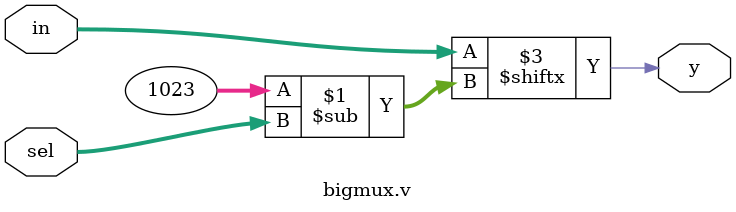
<source format=v>
module bigmux.v (
	input [0:1023] in,
	input [0:9] sel, 
	output y);

assign y= in[sel];

endmodule
</source>
